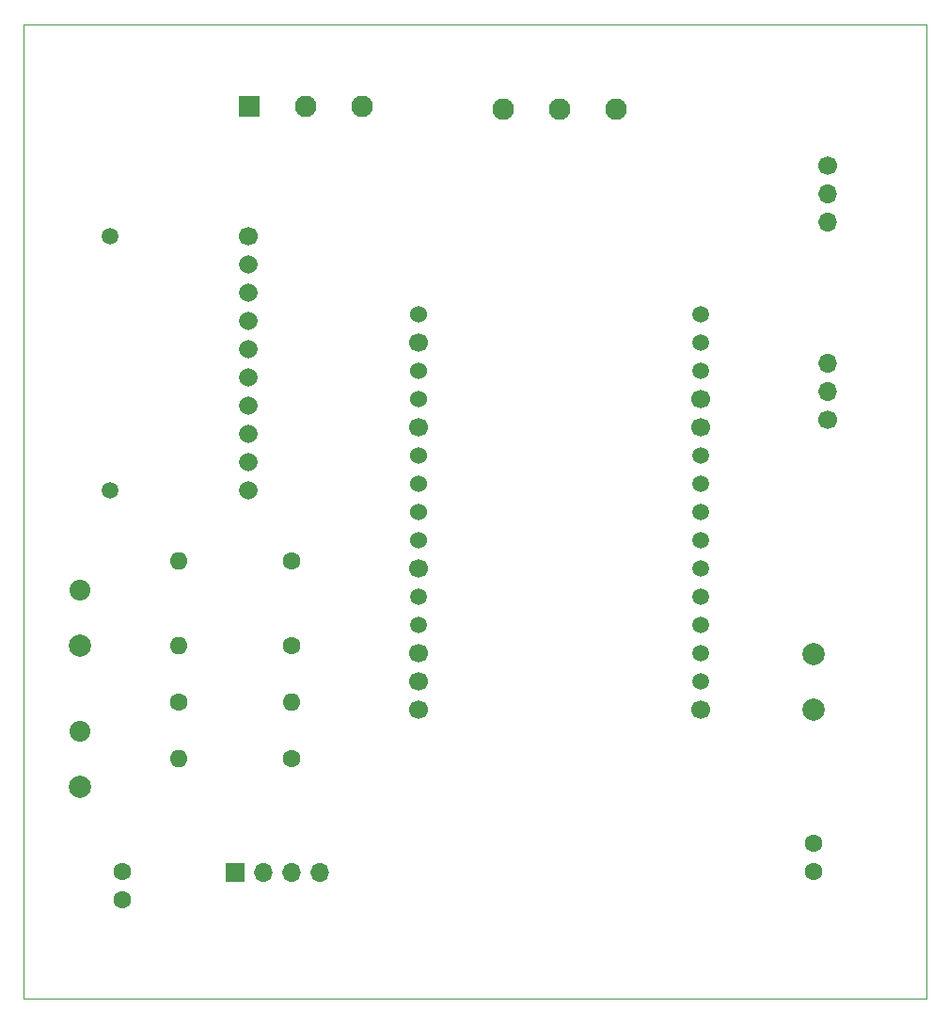
<source format=gbr>
%TF.GenerationSoftware,KiCad,Pcbnew,7.0.5*%
%TF.CreationDate,2023-12-05T21:06:27-03:00*%
%TF.ProjectId,Telemetria_Hardware,54656c65-6d65-4747-9269-615f48617264,rev?*%
%TF.SameCoordinates,Original*%
%TF.FileFunction,Soldermask,Top*%
%TF.FilePolarity,Negative*%
%FSLAX46Y46*%
G04 Gerber Fmt 4.6, Leading zero omitted, Abs format (unit mm)*
G04 Created by KiCad (PCBNEW 7.0.5) date 2023-12-05 21:06:27*
%MOMM*%
%LPD*%
G01*
G04 APERTURE LIST*
%ADD10C,2.000000*%
%ADD11C,1.875000*%
%ADD12C,1.600000*%
%ADD13O,1.600000X1.600000*%
%ADD14R,1.950000X1.950000*%
%ADD15C,1.950000*%
%ADD16C,1.700000*%
%ADD17C,1.665000*%
%ADD18C,1.500000*%
%ADD19R,1.700000X1.700000*%
%ADD20O,1.700000X1.700000*%
%ADD21C,1.524000*%
%TA.AperFunction,Profile*%
%ADD22C,0.100000*%
%TD*%
G04 APERTURE END LIST*
D10*
%TO.C,MPPT*%
X73660000Y-114300000D03*
D11*
X73660000Y-109300000D03*
%TD*%
D10*
%TO.C,PCB_Vin1*%
X73660000Y-101600000D03*
D11*
X73660000Y-96600000D03*
%TD*%
D10*
%TO.C,STEP*%
X139700000Y-107315000D03*
X139700000Y-102315000D03*
%TD*%
D12*
%TO.C,R2*%
X82586666Y-106680000D03*
D13*
X92746666Y-106680000D03*
%TD*%
D12*
%TO.C,R1*%
X92746666Y-111760000D03*
D13*
X82586666Y-111760000D03*
%TD*%
D14*
%TO.C,M100A*%
X88900000Y-53040000D03*
D15*
X93980000Y-53040000D03*
X99060000Y-53040000D03*
%TD*%
D16*
%TO.C,ADS1115*%
X88809666Y-64770000D03*
D17*
X88809666Y-67310000D03*
X88809666Y-69850000D03*
X88809666Y-72390000D03*
X88809666Y-74930000D03*
X88809666Y-77470000D03*
X88809666Y-80010000D03*
X88809666Y-82550000D03*
X88809666Y-85090000D03*
X88809666Y-87630000D03*
D18*
X76363666Y-64770000D03*
X76363666Y-87630000D03*
%TD*%
D15*
%TO.C,B150A*%
X111760000Y-53340000D03*
X116840000Y-53340000D03*
X121920000Y-53340000D03*
%TD*%
D19*
%TO.C,DHT*%
X87640000Y-121945000D03*
D20*
X90180000Y-121945000D03*
X92720000Y-121945000D03*
X95260000Y-121945000D03*
%TD*%
D12*
%TO.C,C2*%
X77506666Y-121920000D03*
X77506666Y-124420000D03*
%TD*%
D18*
%TO.C,ESP32*%
X129540000Y-71730000D03*
X129540000Y-74270000D03*
X129540000Y-76810000D03*
D16*
X129540000Y-79350000D03*
X129540000Y-81890000D03*
D18*
X129540000Y-84430000D03*
X129540000Y-86970000D03*
X129540000Y-89510000D03*
X129540000Y-92050000D03*
X129540000Y-94590000D03*
X129540000Y-97130000D03*
X129540000Y-99670000D03*
X129540000Y-102210000D03*
X129540000Y-104750000D03*
D16*
X129540000Y-107290000D03*
X104140000Y-107290000D03*
X104140000Y-104750000D03*
X104140000Y-102210000D03*
D18*
X104140000Y-99670000D03*
X104140000Y-97130000D03*
D16*
X104140000Y-94590000D03*
D21*
X104140000Y-92050000D03*
X104140000Y-89510000D03*
X104140000Y-86970000D03*
X104140000Y-84430000D03*
D16*
X104140000Y-81890000D03*
D21*
X104140000Y-79350000D03*
X104140000Y-76810000D03*
D16*
X104140000Y-74270000D03*
D21*
X104140000Y-71730000D03*
%TD*%
D12*
%TO.C,R3*%
X92710000Y-101600000D03*
D13*
X82550000Y-101600000D03*
%TD*%
D12*
%TO.C,C1*%
X139700000Y-119380000D03*
X139700000Y-121880000D03*
%TD*%
D16*
%TO.C,ACS1*%
X140970000Y-58420000D03*
D20*
X140970000Y-60960000D03*
X140970000Y-63500000D03*
%TD*%
D16*
%TO.C,ACS2*%
X140970000Y-81280000D03*
D20*
X140970000Y-78740000D03*
X140970000Y-76200000D03*
%TD*%
D12*
%TO.C,R4*%
X92746666Y-93980000D03*
D13*
X82586666Y-93980000D03*
%TD*%
D22*
X149860000Y-45720000D02*
X68580000Y-45720000D01*
X68580000Y-45720000D02*
X68580000Y-133350000D01*
X68580000Y-133350000D02*
X149860000Y-133350000D01*
X149860000Y-133350000D02*
X149860000Y-45720000D01*
M02*

</source>
